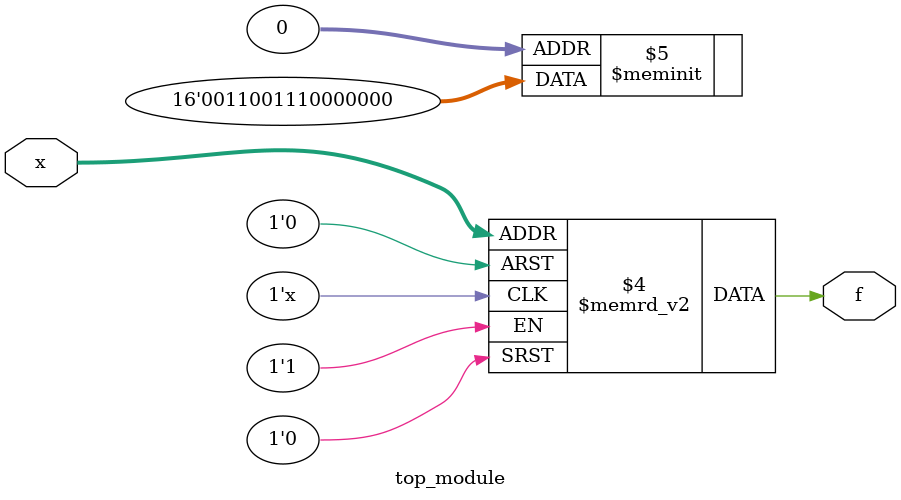
<source format=sv>
module top_module (
    input [4:1] x,
    output logic f
);

    always_comb begin
        case (x)
            4'b0000: f = 1'b0; // Don't care: set to 0
            4'b0001: f = 1'b0;
            4'b0011: f = 1'b0; // Don't care: set to 0
            4'b0010: f = 1'b0; // Don't care: set to 0
            4'b0100: f = 1'b0;
            4'b0101: f = 1'b0; // Don't care: set to 0
            4'b0111: f = 1'b1;
            4'b0110: f = 1'b0;
            4'b1100: f = 1'b1;
            4'b1101: f = 1'b1;
            4'b1111: f = 1'b0; // Don't care: set to 0
            4'b1110: f = 1'b0; // Don't care: set to 0
            4'b1000: f = 1'b1;
            4'b1001: f = 1'b1;
            4'b1011: f = 1'b0;
            4'b1010: f = 1'b0; // Don't care: set to 0
            default: f = 1'b0; // For safety, set any undefined cases to 0 
        endcase
    end

endmodule

</source>
